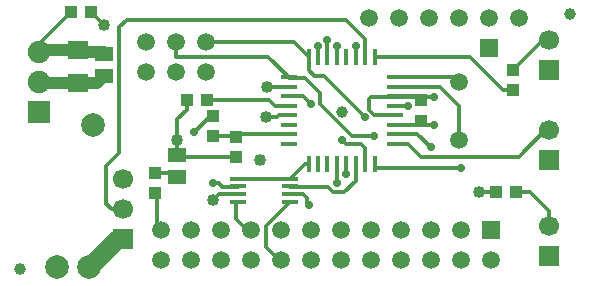
<source format=gbr>
G04 DipTrace 3.0.0.2*
G04 Top.gbr*
%MOIN*%
G04 #@! TF.FileFunction,Copper,L1,Top*
G04 #@! TF.Part,Single*
%AMOUTLINE0*
4,1,4,
0.027559,-0.007874,
-0.027559,-0.007874,
-0.027559,0.007874,
0.027559,0.007874,
0.027559,-0.007874,
0*%
%AMOUTLINE3*
4,1,4,
0.007874,0.027559,
0.007874,-0.027559,
-0.007874,-0.027559,
-0.007874,0.027559,
0.007874,0.027559,
0*%
G04 #@! TA.AperFunction,Conductor*
%ADD14C,0.012992*%
%ADD15C,0.03937*%
G04 #@! TA.AperFunction,ComponentPad*
%ADD16C,0.059055*%
G04 #@! TA.AperFunction,Conductor*
%ADD17C,0.062992*%
G04 #@! TA.AperFunction,Nonconductor*
%ADD22C,0.039365*%
%ADD23R,0.03937X0.043307*%
%ADD24R,0.070866X0.062992*%
%ADD25R,0.043307X0.03937*%
%ADD26R,0.059055X0.051181*%
G04 #@! TA.AperFunction,ComponentPad*
%ADD27C,0.066929*%
%ADD30R,0.066929X0.066929*%
%ADD32C,0.07874*%
%ADD35R,0.059055X0.059055*%
%ADD36R,0.074803X0.074803*%
%ADD38C,0.074803*%
%ADD39C,0.059055*%
%ADD45R,0.055118X0.015748*%
G04 #@! TA.AperFunction,ViaPad*
%ADD46C,0.027559*%
%ADD48C,0.04*%
%ADD82OUTLINE0*%
%ADD85OUTLINE3*%
%FSLAX26Y26*%
G04*
G70*
G90*
G75*
G01*
G04 Top*
%LPD*%
X1718146Y1045003D2*
D14*
Y1043789D1*
X1850104D1*
X1363815Y1076499D2*
X1295299D1*
X1293724Y1074924D1*
X1718146Y1045003D2*
X1792633D1*
X1806348Y1031287D1*
X662479Y1198815D2*
D15*
X536362D1*
X531220Y1193673D1*
X1718146Y982010D2*
D14*
X1649354D1*
X1631331Y1000034D1*
Y1037538D1*
X1637581Y1043789D1*
X1716932D1*
X749988Y1187349D2*
D15*
Y1193804D1*
X667490D1*
X662479Y1198815D1*
X1368803Y719342D2*
D14*
X1411970D1*
X1425059Y706253D1*
Y687501D1*
X1431310Y681251D1*
X531220Y1193673D2*
Y1218812D1*
X637476Y1325068D1*
X993718Y849923D2*
Y900024D1*
X1363815Y982010D2*
Y981282D1*
X1331299D1*
X1325049Y975031D1*
X1287545D1*
X1718146Y1013507D2*
Y1012471D1*
X1762450D1*
X1718146Y950514D2*
Y950029D1*
X1850104D1*
X1718146Y950514D2*
X1792504D1*
X1806348Y964358D1*
X662479Y1088579D2*
D15*
X536315D1*
X531220Y1093673D1*
X1025017Y1031287D2*
D14*
Y1000034D1*
X993718Y968735D1*
Y900024D1*
X1195575Y719342D2*
X1131867D1*
X1112526Y700001D1*
X1187534Y843768D2*
X999873D1*
X993718Y849923D1*
X662479Y1088579D2*
D15*
X726021D1*
X749988Y1112546D1*
X699972Y474979D2*
D17*
X793732Y568739D1*
X812487D1*
X1525232Y820593D2*
D14*
Y756258D1*
X1588224Y820593D2*
Y763157D1*
X1550072Y725005D1*
X1512568D1*
X1493816Y743757D1*
X1369979D1*
X1368803Y744933D1*
X1430744Y1174924D2*
Y1131676D1*
X1449950Y1112470D1*
X1481202D1*
X1618824Y974848D1*
X1087476Y1224924D2*
X1380744D1*
X1430744Y1174924D1*
X1462240D2*
Y1212556D1*
X812487Y668739D2*
X774908D1*
X756224Y687423D1*
Y812500D1*
X799993Y856269D1*
Y1275063D1*
X824996Y1300066D1*
X1556083D1*
X1619720Y1236428D1*
Y1174924D1*
X987476Y1224924D2*
Y1175052D1*
X1296757D1*
X1363815Y1107995D1*
X1650083Y912525D2*
X1574896D1*
X1468701Y1018720D1*
Y1056399D1*
X1418804Y1106295D1*
X1365514D1*
X1363815Y1107995D1*
X1619720Y820593D2*
Y874130D1*
X1606328Y887522D1*
X1556148D1*
X1543701Y899970D1*
X1112526Y756258D2*
X1131278D1*
X1143780Y743757D1*
X1194399D1*
X1195575Y744933D1*
X1237474Y599921D2*
X1225109D1*
X1187534Y637496D1*
Y685711D1*
X1195575Y693752D1*
X1337474Y499921D2*
X1331360D1*
X1287545Y543736D1*
Y612493D1*
X1368803Y693752D1*
X1493736Y1174924D2*
Y1231308D1*
X1525232Y1174924D2*
Y1212556D1*
X937474Y599921D2*
X925007D1*
Y722610D1*
X918723D1*
Y789539D2*
X993718D1*
Y775119D1*
X1718146Y1076499D2*
X1867399D1*
X1931362Y1012535D1*
Y925026D1*
X1931354Y925018D1*
Y900054D1*
X1718146Y1107995D2*
X1917154D1*
X1931354Y1093794D1*
X2112476Y1066354D2*
X2077564D1*
X1968995Y1174924D1*
X1651217D1*
X2231399Y1231298D2*
X2210491D1*
X2112476Y1133283D1*
X2053912Y724924D2*
X1999974D1*
X2120841D2*
X2168724D1*
X2231224Y662424D1*
Y612423D1*
X1556728Y820593D2*
Y787512D1*
X704406Y1325068D2*
X706234D1*
X749988Y1281314D1*
X1651217Y820593D2*
Y806220D1*
X1937450D1*
X1588224Y1174924D2*
Y1212424D1*
X1437474Y1018673D2*
X1411144Y1045003D1*
X1363815D1*
X2231224Y931173D2*
X2218789D1*
X2131383Y843768D1*
X1806130D1*
X1762375Y887522D1*
X1718146D1*
X1363815Y1013507D2*
X1317827D1*
X1300046Y1031287D1*
X1091946D1*
X1195575Y770524D2*
X1368803D1*
X1430744Y820593D2*
X1418873D1*
X1368803Y770524D1*
X1112526Y912525D2*
X1185706D1*
X1187534Y910697D1*
X1363815Y919018D2*
X1195856D1*
X1187534Y910697D1*
X1112526Y979454D2*
X1104448D1*
X1050020Y925026D1*
X1718146Y919018D2*
X1793403D1*
X1837451Y874971D1*
D46*
X1850104Y1043789D3*
D48*
X1293724Y1074924D3*
D46*
X1431310Y681251D3*
D48*
X993718Y900024D3*
X1287545Y975031D3*
D46*
X1762450Y1012471D3*
X1850104Y950029D3*
D48*
X1112526Y700001D3*
D46*
X1525232Y756258D3*
X1618824Y974848D3*
X1462240Y1212556D3*
D3*
X1650083Y912525D3*
X1543701Y899970D3*
X1112526Y756258D3*
X1493736Y1231308D3*
X1525232Y1212556D3*
D48*
X1999974Y724924D3*
D46*
X1556728Y787512D3*
D48*
X749988Y1281314D3*
D46*
X1937450Y806220D3*
X1588224Y1212424D3*
X1437474Y1018673D3*
X1050020Y925026D3*
X1837451Y874971D3*
D48*
X1268793Y831266D3*
D23*
X1806348Y1031287D3*
Y964358D3*
D24*
X662479Y1088579D3*
Y1198815D3*
D25*
X1025017Y1031287D3*
X1091946D3*
D26*
X749988Y1112546D3*
Y1187349D3*
X993718Y849923D3*
Y775119D3*
D27*
X2231399Y1231298D3*
D30*
Y1131298D3*
X2231224Y512423D3*
D27*
Y612423D3*
D30*
X812487Y568739D3*
D27*
Y668739D3*
Y768739D3*
D32*
X593723Y474924D3*
X699972Y474979D3*
D16*
X1631223Y1306173D3*
X1731223D3*
X1831223D3*
X1931223D3*
X2031223D3*
X2131224D3*
D32*
X712484Y950029D3*
D35*
X2031373Y1206306D3*
D23*
X918723Y722610D3*
Y789539D3*
D25*
X2053912Y724924D3*
X2120841D3*
D23*
X2112476Y1133283D3*
Y1066354D3*
X1112526Y912525D3*
Y979454D3*
X1187534Y843768D3*
Y910697D3*
D25*
X637476Y1325068D3*
X704406D3*
D30*
X2231224Y831173D3*
D27*
Y931173D3*
D36*
X531220Y993673D3*
D38*
Y1093673D3*
Y1193673D3*
D35*
X2037474Y599921D3*
D39*
Y499921D3*
X1937474Y599921D3*
Y499921D3*
X1837474Y599921D3*
Y499921D3*
X1737474Y599921D3*
Y499921D3*
X1637474Y599921D3*
Y499921D3*
X1537474Y599921D3*
Y499921D3*
X1437474Y599921D3*
Y499921D3*
X1337474Y599921D3*
Y499921D3*
X1237474Y599921D3*
Y499921D3*
X1137474Y599921D3*
Y499921D3*
X1037474Y599921D3*
Y499921D3*
X937474Y599921D3*
Y499921D3*
D82*
X1718146Y887522D3*
Y919018D3*
Y950514D3*
Y982010D3*
Y1013507D3*
Y1045003D3*
Y1076499D3*
Y1107995D3*
X1363815Y887522D3*
Y919018D3*
Y950514D3*
Y982010D3*
Y1013507D3*
Y1045003D3*
Y1076499D3*
Y1107995D3*
D85*
X1651217Y1174924D3*
X1619720D3*
X1588224D3*
X1556728D3*
X1525232D3*
X1493736D3*
X1462240D3*
X1430744D3*
X1651217Y820593D3*
X1619720D3*
X1588224D3*
X1556728D3*
X1525232D3*
X1493736D3*
X1462240D3*
X1430744D3*
D39*
X1931354Y1093794D3*
Y900054D3*
D45*
X1368803Y693752D3*
Y719342D3*
Y744933D3*
Y770524D3*
X1195575D3*
Y744933D3*
Y719342D3*
Y693752D3*
D39*
X887476Y1124924D3*
X987476D3*
X1087476D3*
Y1224924D3*
X987476D3*
X887476D3*
D22*
X468701Y468720D3*
X2303150Y1318917D3*
X1543701Y993720D3*
M02*

</source>
